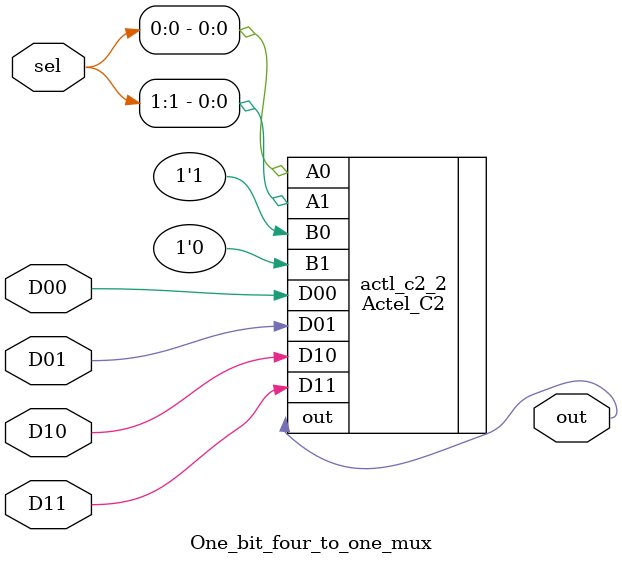
<source format=v>
module One_bit_four_to_one_mux (input D00, D01, D10, D11, input [1:0] sel, output out);

    Actel_C2 actl_c2_2(
        .out(out),
        .D00(D00),
        .D01(D01),
        .D10(D10),
        .D11(D11),
        .A1(sel[1]),
        .B1(1'b0), 
        .A0(sel[0]),
        .B0(1'b1)
    );

endmodule

</source>
